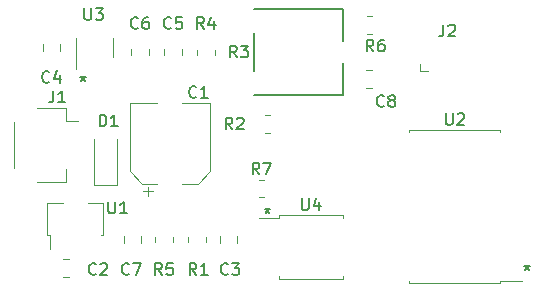
<source format=gto>
G04 #@! TF.GenerationSoftware,KiCad,Pcbnew,6.0.2+dfsg-1*
G04 #@! TF.CreationDate,2023-09-18T08:20:45-06:00*
G04 #@! TF.ProjectId,ckt-dingdong-flash,636b742d-6469-46e6-9764-6f6e672d666c,rev?*
G04 #@! TF.SameCoordinates,Original*
G04 #@! TF.FileFunction,Legend,Top*
G04 #@! TF.FilePolarity,Positive*
%FSLAX46Y46*%
G04 Gerber Fmt 4.6, Leading zero omitted, Abs format (unit mm)*
G04 Created by KiCad (PCBNEW 6.0.2+dfsg-1) date 2023-09-18 08:20:45*
%MOMM*%
%LPD*%
G01*
G04 APERTURE LIST*
%ADD10C,0.150000*%
%ADD11C,0.120000*%
%ADD12C,0.152400*%
G04 APERTURE END LIST*
D10*
X81788000Y-175220380D02*
X81788000Y-175458476D01*
X81549904Y-175363238D02*
X81788000Y-175458476D01*
X82026095Y-175363238D01*
X81645142Y-175648952D02*
X81788000Y-175458476D01*
X81930857Y-175648952D01*
X44196000Y-159218380D02*
X44196000Y-159456476D01*
X43957904Y-159361238D02*
X44196000Y-159456476D01*
X44434095Y-159361238D01*
X44053142Y-159646952D02*
X44196000Y-159456476D01*
X44338857Y-159646952D01*
X59817000Y-170394380D02*
X59817000Y-170632476D01*
X59578904Y-170537238D02*
X59817000Y-170632476D01*
X60055095Y-170537238D01*
X59674142Y-170822952D02*
X59817000Y-170632476D01*
X59959857Y-170822952D01*
X41362333Y-159742142D02*
X41314714Y-159789761D01*
X41171857Y-159837380D01*
X41076619Y-159837380D01*
X40933761Y-159789761D01*
X40838523Y-159694523D01*
X40790904Y-159599285D01*
X40743285Y-159408809D01*
X40743285Y-159265952D01*
X40790904Y-159075476D01*
X40838523Y-158980238D01*
X40933761Y-158885000D01*
X41076619Y-158837380D01*
X41171857Y-158837380D01*
X41314714Y-158885000D01*
X41362333Y-158932619D01*
X42219476Y-159170714D02*
X42219476Y-159837380D01*
X41981380Y-158789761D02*
X41743285Y-159504047D01*
X42362333Y-159504047D01*
X45299333Y-175998142D02*
X45251714Y-176045761D01*
X45108857Y-176093380D01*
X45013619Y-176093380D01*
X44870761Y-176045761D01*
X44775523Y-175950523D01*
X44727904Y-175855285D01*
X44680285Y-175664809D01*
X44680285Y-175521952D01*
X44727904Y-175331476D01*
X44775523Y-175236238D01*
X44870761Y-175141000D01*
X45013619Y-175093380D01*
X45108857Y-175093380D01*
X45251714Y-175141000D01*
X45299333Y-175188619D01*
X45680285Y-175188619D02*
X45727904Y-175141000D01*
X45823142Y-175093380D01*
X46061238Y-175093380D01*
X46156476Y-175141000D01*
X46204095Y-175188619D01*
X46251714Y-175283857D01*
X46251714Y-175379095D01*
X46204095Y-175521952D01*
X45632666Y-176093380D01*
X46251714Y-176093380D01*
X48093333Y-175998142D02*
X48045714Y-176045761D01*
X47902857Y-176093380D01*
X47807619Y-176093380D01*
X47664761Y-176045761D01*
X47569523Y-175950523D01*
X47521904Y-175855285D01*
X47474285Y-175664809D01*
X47474285Y-175521952D01*
X47521904Y-175331476D01*
X47569523Y-175236238D01*
X47664761Y-175141000D01*
X47807619Y-175093380D01*
X47902857Y-175093380D01*
X48045714Y-175141000D01*
X48093333Y-175188619D01*
X48426666Y-175093380D02*
X49093333Y-175093380D01*
X48664761Y-176093380D01*
X74930095Y-162393380D02*
X74930095Y-163202904D01*
X74977714Y-163298142D01*
X75025333Y-163345761D01*
X75120571Y-163393380D01*
X75311047Y-163393380D01*
X75406285Y-163345761D01*
X75453904Y-163298142D01*
X75501523Y-163202904D01*
X75501523Y-162393380D01*
X75930095Y-162488619D02*
X75977714Y-162441000D01*
X76072952Y-162393380D01*
X76311047Y-162393380D01*
X76406285Y-162441000D01*
X76453904Y-162488619D01*
X76501523Y-162583857D01*
X76501523Y-162679095D01*
X76453904Y-162821952D01*
X75882476Y-163393380D01*
X76501523Y-163393380D01*
X56475333Y-175998142D02*
X56427714Y-176045761D01*
X56284857Y-176093380D01*
X56189619Y-176093380D01*
X56046761Y-176045761D01*
X55951523Y-175950523D01*
X55903904Y-175855285D01*
X55856285Y-175664809D01*
X55856285Y-175521952D01*
X55903904Y-175331476D01*
X55951523Y-175236238D01*
X56046761Y-175141000D01*
X56189619Y-175093380D01*
X56284857Y-175093380D01*
X56427714Y-175141000D01*
X56475333Y-175188619D01*
X56808666Y-175093380D02*
X57427714Y-175093380D01*
X57094380Y-175474333D01*
X57237238Y-175474333D01*
X57332476Y-175521952D01*
X57380095Y-175569571D01*
X57427714Y-175664809D01*
X57427714Y-175902904D01*
X57380095Y-175998142D01*
X57332476Y-176045761D01*
X57237238Y-176093380D01*
X56951523Y-176093380D01*
X56856285Y-176045761D01*
X56808666Y-175998142D01*
X51678333Y-155190142D02*
X51630714Y-155237761D01*
X51487857Y-155285380D01*
X51392619Y-155285380D01*
X51249761Y-155237761D01*
X51154523Y-155142523D01*
X51106904Y-155047285D01*
X51059285Y-154856809D01*
X51059285Y-154713952D01*
X51106904Y-154523476D01*
X51154523Y-154428238D01*
X51249761Y-154333000D01*
X51392619Y-154285380D01*
X51487857Y-154285380D01*
X51630714Y-154333000D01*
X51678333Y-154380619D01*
X52583095Y-154285380D02*
X52106904Y-154285380D01*
X52059285Y-154761571D01*
X52106904Y-154713952D01*
X52202142Y-154666333D01*
X52440238Y-154666333D01*
X52535476Y-154713952D01*
X52583095Y-154761571D01*
X52630714Y-154856809D01*
X52630714Y-155094904D01*
X52583095Y-155190142D01*
X52535476Y-155237761D01*
X52440238Y-155285380D01*
X52202142Y-155285380D01*
X52106904Y-155237761D01*
X52059285Y-155190142D01*
X46355095Y-169886380D02*
X46355095Y-170695904D01*
X46402714Y-170791142D01*
X46450333Y-170838761D01*
X46545571Y-170886380D01*
X46736047Y-170886380D01*
X46831285Y-170838761D01*
X46878904Y-170791142D01*
X46926523Y-170695904D01*
X46926523Y-169886380D01*
X47926523Y-170886380D02*
X47355095Y-170886380D01*
X47640809Y-170886380D02*
X47640809Y-169886380D01*
X47545571Y-170029238D01*
X47450333Y-170124476D01*
X47355095Y-170172095D01*
X59142333Y-167584380D02*
X58809000Y-167108190D01*
X58570904Y-167584380D02*
X58570904Y-166584380D01*
X58951857Y-166584380D01*
X59047095Y-166632000D01*
X59094714Y-166679619D01*
X59142333Y-166774857D01*
X59142333Y-166917714D01*
X59094714Y-167012952D01*
X59047095Y-167060571D01*
X58951857Y-167108190D01*
X58570904Y-167108190D01*
X59475666Y-166584380D02*
X60142333Y-166584380D01*
X59713761Y-167584380D01*
X48855333Y-155190142D02*
X48807714Y-155237761D01*
X48664857Y-155285380D01*
X48569619Y-155285380D01*
X48426761Y-155237761D01*
X48331523Y-155142523D01*
X48283904Y-155047285D01*
X48236285Y-154856809D01*
X48236285Y-154713952D01*
X48283904Y-154523476D01*
X48331523Y-154428238D01*
X48426761Y-154333000D01*
X48569619Y-154285380D01*
X48664857Y-154285380D01*
X48807714Y-154333000D01*
X48855333Y-154380619D01*
X49712476Y-154285380D02*
X49522000Y-154285380D01*
X49426761Y-154333000D01*
X49379142Y-154380619D01*
X49283904Y-154523476D01*
X49236285Y-154713952D01*
X49236285Y-155094904D01*
X49283904Y-155190142D01*
X49331523Y-155237761D01*
X49426761Y-155285380D01*
X49617238Y-155285380D01*
X49712476Y-155237761D01*
X49760095Y-155190142D01*
X49807714Y-155094904D01*
X49807714Y-154856809D01*
X49760095Y-154761571D01*
X49712476Y-154713952D01*
X49617238Y-154666333D01*
X49426761Y-154666333D01*
X49331523Y-154713952D01*
X49283904Y-154761571D01*
X49236285Y-154856809D01*
X57237333Y-157678380D02*
X56904000Y-157202190D01*
X56665904Y-157678380D02*
X56665904Y-156678380D01*
X57046857Y-156678380D01*
X57142095Y-156726000D01*
X57189714Y-156773619D01*
X57237333Y-156868857D01*
X57237333Y-157011714D01*
X57189714Y-157106952D01*
X57142095Y-157154571D01*
X57046857Y-157202190D01*
X56665904Y-157202190D01*
X57570666Y-156678380D02*
X58189714Y-156678380D01*
X57856380Y-157059333D01*
X57999238Y-157059333D01*
X58094476Y-157106952D01*
X58142095Y-157154571D01*
X58189714Y-157249809D01*
X58189714Y-157487904D01*
X58142095Y-157583142D01*
X58094476Y-157630761D01*
X57999238Y-157678380D01*
X57713523Y-157678380D01*
X57618285Y-157630761D01*
X57570666Y-157583142D01*
X53808333Y-161012142D02*
X53760714Y-161059761D01*
X53617857Y-161107380D01*
X53522619Y-161107380D01*
X53379761Y-161059761D01*
X53284523Y-160964523D01*
X53236904Y-160869285D01*
X53189285Y-160678809D01*
X53189285Y-160535952D01*
X53236904Y-160345476D01*
X53284523Y-160250238D01*
X53379761Y-160155000D01*
X53522619Y-160107380D01*
X53617857Y-160107380D01*
X53760714Y-160155000D01*
X53808333Y-160202619D01*
X54760714Y-161107380D02*
X54189285Y-161107380D01*
X54475000Y-161107380D02*
X54475000Y-160107380D01*
X54379761Y-160250238D01*
X54284523Y-160345476D01*
X54189285Y-160393095D01*
X74723666Y-154900380D02*
X74723666Y-155614666D01*
X74676047Y-155757523D01*
X74580809Y-155852761D01*
X74437952Y-155900380D01*
X74342714Y-155900380D01*
X75152238Y-154995619D02*
X75199857Y-154948000D01*
X75295095Y-154900380D01*
X75533190Y-154900380D01*
X75628428Y-154948000D01*
X75676047Y-154995619D01*
X75723666Y-155090857D01*
X75723666Y-155186095D01*
X75676047Y-155328952D01*
X75104619Y-155900380D01*
X75723666Y-155900380D01*
X41703666Y-160488380D02*
X41703666Y-161202666D01*
X41656047Y-161345523D01*
X41560809Y-161440761D01*
X41417952Y-161488380D01*
X41322714Y-161488380D01*
X42703666Y-161488380D02*
X42132238Y-161488380D01*
X42417952Y-161488380D02*
X42417952Y-160488380D01*
X42322714Y-160631238D01*
X42227476Y-160726476D01*
X42132238Y-160774095D01*
X44323095Y-153503380D02*
X44323095Y-154312904D01*
X44370714Y-154408142D01*
X44418333Y-154455761D01*
X44513571Y-154503380D01*
X44704047Y-154503380D01*
X44799285Y-154455761D01*
X44846904Y-154408142D01*
X44894523Y-154312904D01*
X44894523Y-153503380D01*
X45275476Y-153503380D02*
X45894523Y-153503380D01*
X45561190Y-153884333D01*
X45704047Y-153884333D01*
X45799285Y-153931952D01*
X45846904Y-153979571D01*
X45894523Y-154074809D01*
X45894523Y-154312904D01*
X45846904Y-154408142D01*
X45799285Y-154455761D01*
X45704047Y-154503380D01*
X45418333Y-154503380D01*
X45323095Y-154455761D01*
X45275476Y-154408142D01*
X45616904Y-163520380D02*
X45616904Y-162520380D01*
X45855000Y-162520380D01*
X45997857Y-162568000D01*
X46093095Y-162663238D01*
X46140714Y-162758476D01*
X46188333Y-162948952D01*
X46188333Y-163091809D01*
X46140714Y-163282285D01*
X46093095Y-163377523D01*
X45997857Y-163472761D01*
X45855000Y-163520380D01*
X45616904Y-163520380D01*
X47140714Y-163520380D02*
X46569285Y-163520380D01*
X46855000Y-163520380D02*
X46855000Y-162520380D01*
X46759761Y-162663238D01*
X46664523Y-162758476D01*
X46569285Y-162806095D01*
X53808333Y-176093380D02*
X53475000Y-175617190D01*
X53236904Y-176093380D02*
X53236904Y-175093380D01*
X53617857Y-175093380D01*
X53713095Y-175141000D01*
X53760714Y-175188619D01*
X53808333Y-175283857D01*
X53808333Y-175426714D01*
X53760714Y-175521952D01*
X53713095Y-175569571D01*
X53617857Y-175617190D01*
X53236904Y-175617190D01*
X54760714Y-176093380D02*
X54189285Y-176093380D01*
X54475000Y-176093380D02*
X54475000Y-175093380D01*
X54379761Y-175236238D01*
X54284523Y-175331476D01*
X54189285Y-175379095D01*
X50887333Y-176093380D02*
X50554000Y-175617190D01*
X50315904Y-176093380D02*
X50315904Y-175093380D01*
X50696857Y-175093380D01*
X50792095Y-175141000D01*
X50839714Y-175188619D01*
X50887333Y-175283857D01*
X50887333Y-175426714D01*
X50839714Y-175521952D01*
X50792095Y-175569571D01*
X50696857Y-175617190D01*
X50315904Y-175617190D01*
X51792095Y-175093380D02*
X51315904Y-175093380D01*
X51268285Y-175569571D01*
X51315904Y-175521952D01*
X51411142Y-175474333D01*
X51649238Y-175474333D01*
X51744476Y-175521952D01*
X51792095Y-175569571D01*
X51839714Y-175664809D01*
X51839714Y-175902904D01*
X51792095Y-175998142D01*
X51744476Y-176045761D01*
X51649238Y-176093380D01*
X51411142Y-176093380D01*
X51315904Y-176045761D01*
X51268285Y-175998142D01*
X62738095Y-169628380D02*
X62738095Y-170437904D01*
X62785714Y-170533142D01*
X62833333Y-170580761D01*
X62928571Y-170628380D01*
X63119047Y-170628380D01*
X63214285Y-170580761D01*
X63261904Y-170533142D01*
X63309523Y-170437904D01*
X63309523Y-169628380D01*
X64214285Y-169961714D02*
X64214285Y-170628380D01*
X63976190Y-169580761D02*
X63738095Y-170295047D01*
X64357142Y-170295047D01*
X68794333Y-157170380D02*
X68461000Y-156694190D01*
X68222904Y-157170380D02*
X68222904Y-156170380D01*
X68603857Y-156170380D01*
X68699095Y-156218000D01*
X68746714Y-156265619D01*
X68794333Y-156360857D01*
X68794333Y-156503714D01*
X68746714Y-156598952D01*
X68699095Y-156646571D01*
X68603857Y-156694190D01*
X68222904Y-156694190D01*
X69651476Y-156170380D02*
X69461000Y-156170380D01*
X69365761Y-156218000D01*
X69318142Y-156265619D01*
X69222904Y-156408476D01*
X69175285Y-156598952D01*
X69175285Y-156979904D01*
X69222904Y-157075142D01*
X69270523Y-157122761D01*
X69365761Y-157170380D01*
X69556238Y-157170380D01*
X69651476Y-157122761D01*
X69699095Y-157075142D01*
X69746714Y-156979904D01*
X69746714Y-156741809D01*
X69699095Y-156646571D01*
X69651476Y-156598952D01*
X69556238Y-156551333D01*
X69365761Y-156551333D01*
X69270523Y-156598952D01*
X69222904Y-156646571D01*
X69175285Y-156741809D01*
X54443333Y-155285380D02*
X54110000Y-154809190D01*
X53871904Y-155285380D02*
X53871904Y-154285380D01*
X54252857Y-154285380D01*
X54348095Y-154333000D01*
X54395714Y-154380619D01*
X54443333Y-154475857D01*
X54443333Y-154618714D01*
X54395714Y-154713952D01*
X54348095Y-154761571D01*
X54252857Y-154809190D01*
X53871904Y-154809190D01*
X55300476Y-154618714D02*
X55300476Y-155285380D01*
X55062380Y-154237761D02*
X54824285Y-154952047D01*
X55443333Y-154952047D01*
X69683333Y-161774142D02*
X69635714Y-161821761D01*
X69492857Y-161869380D01*
X69397619Y-161869380D01*
X69254761Y-161821761D01*
X69159523Y-161726523D01*
X69111904Y-161631285D01*
X69064285Y-161440809D01*
X69064285Y-161297952D01*
X69111904Y-161107476D01*
X69159523Y-161012238D01*
X69254761Y-160917000D01*
X69397619Y-160869380D01*
X69492857Y-160869380D01*
X69635714Y-160917000D01*
X69683333Y-160964619D01*
X70254761Y-161297952D02*
X70159523Y-161250333D01*
X70111904Y-161202714D01*
X70064285Y-161107476D01*
X70064285Y-161059857D01*
X70111904Y-160964619D01*
X70159523Y-160917000D01*
X70254761Y-160869380D01*
X70445238Y-160869380D01*
X70540476Y-160917000D01*
X70588095Y-160964619D01*
X70635714Y-161059857D01*
X70635714Y-161107476D01*
X70588095Y-161202714D01*
X70540476Y-161250333D01*
X70445238Y-161297952D01*
X70254761Y-161297952D01*
X70159523Y-161345571D01*
X70111904Y-161393190D01*
X70064285Y-161488428D01*
X70064285Y-161678904D01*
X70111904Y-161774142D01*
X70159523Y-161821761D01*
X70254761Y-161869380D01*
X70445238Y-161869380D01*
X70540476Y-161821761D01*
X70588095Y-161774142D01*
X70635714Y-161678904D01*
X70635714Y-161488428D01*
X70588095Y-161393190D01*
X70540476Y-161345571D01*
X70445238Y-161297952D01*
X56856333Y-163774380D02*
X56523000Y-163298190D01*
X56284904Y-163774380D02*
X56284904Y-162774380D01*
X56665857Y-162774380D01*
X56761095Y-162822000D01*
X56808714Y-162869619D01*
X56856333Y-162964857D01*
X56856333Y-163107714D01*
X56808714Y-163202952D01*
X56761095Y-163250571D01*
X56665857Y-163298190D01*
X56284904Y-163298190D01*
X57237285Y-162869619D02*
X57284904Y-162822000D01*
X57380142Y-162774380D01*
X57618238Y-162774380D01*
X57713476Y-162822000D01*
X57761095Y-162869619D01*
X57808714Y-162964857D01*
X57808714Y-163060095D01*
X57761095Y-163202952D01*
X57189666Y-163774380D01*
X57808714Y-163774380D01*
D11*
X40794000Y-156583748D02*
X40794000Y-157106252D01*
X42264000Y-156583748D02*
X42264000Y-157106252D01*
X42537748Y-176249000D02*
X43060252Y-176249000D01*
X42537748Y-174779000D02*
X43060252Y-174779000D01*
X49122000Y-173362252D02*
X49122000Y-172839748D01*
X47652000Y-173362252D02*
X47652000Y-172839748D01*
X75692000Y-163797000D02*
X71832000Y-163797000D01*
X75692000Y-176817000D02*
X79552000Y-176817000D01*
X75692000Y-176817000D02*
X71832000Y-176817000D01*
X71832000Y-163797000D02*
X71832000Y-164032000D01*
X79552000Y-163797000D02*
X79552000Y-164032000D01*
X79552000Y-176582000D02*
X81367000Y-176582000D01*
X79552000Y-176817000D02*
X79552000Y-176582000D01*
X71832000Y-176817000D02*
X71832000Y-176582000D01*
X75692000Y-163797000D02*
X79552000Y-163797000D01*
X57250000Y-173362252D02*
X57250000Y-172839748D01*
X55780000Y-173362252D02*
X55780000Y-172839748D01*
X51081000Y-156964748D02*
X51081000Y-157487252D01*
X52551000Y-156964748D02*
X52551000Y-157487252D01*
X41201000Y-172764000D02*
X41431000Y-172764000D01*
X41431000Y-173904000D02*
X41431000Y-172764000D01*
X44611000Y-170044000D02*
X45921000Y-170044000D01*
X41201000Y-172764000D02*
X41201000Y-170044000D01*
X45921000Y-172764000D02*
X45691000Y-172764000D01*
X45921000Y-170044000D02*
X45921000Y-172764000D01*
X41201000Y-170044000D02*
X42511000Y-170044000D01*
X59536064Y-168048000D02*
X59081936Y-168048000D01*
X59536064Y-169518000D02*
X59081936Y-169518000D01*
X49757000Y-157507252D02*
X49757000Y-156984748D01*
X48287000Y-157507252D02*
X48287000Y-156984748D01*
D12*
X66255900Y-160832800D02*
X58712100Y-160832800D01*
X66255900Y-156296360D02*
X66255900Y-153619200D01*
X66255900Y-160832800D02*
X66255900Y-158155640D01*
X58712100Y-155615640D02*
X58712100Y-158836360D01*
X66255900Y-153619200D02*
X58712100Y-153619200D01*
D11*
X53907563Y-168383000D02*
X54972000Y-167318563D01*
X54972000Y-167318563D02*
X54972000Y-161563000D01*
X49320750Y-169016750D02*
X50108250Y-169016750D01*
X48152000Y-161563000D02*
X50502000Y-161563000D01*
X53907563Y-168383000D02*
X52622000Y-168383000D01*
X49216437Y-168383000D02*
X50502000Y-168383000D01*
X49714500Y-169410500D02*
X49714500Y-168623000D01*
X48152000Y-167318563D02*
X48152000Y-161563000D01*
X54972000Y-161563000D02*
X52622000Y-161563000D01*
X49216437Y-168383000D02*
X48152000Y-167318563D01*
X72771000Y-158877000D02*
X72771000Y-158242000D01*
X73406000Y-158877000D02*
X72771000Y-158877000D01*
X42806000Y-161990000D02*
X42806000Y-163040000D01*
X40306000Y-168210000D02*
X42806000Y-168210000D01*
X40306000Y-161990000D02*
X42806000Y-161990000D01*
X38336000Y-163160000D02*
X38336000Y-167040000D01*
X42806000Y-168210000D02*
X42806000Y-167160000D01*
X42806000Y-163040000D02*
X43796000Y-163040000D01*
X43652000Y-156845000D02*
X43652000Y-156045000D01*
X46772000Y-156845000D02*
X46772000Y-156045000D01*
X43652000Y-156845000D02*
X43652000Y-158645000D01*
X46772000Y-156845000D02*
X46772000Y-157645000D01*
X47101000Y-168493000D02*
X47101000Y-164593000D01*
X45101000Y-168493000D02*
X45101000Y-164593000D01*
X45101000Y-168493000D02*
X47101000Y-168493000D01*
X53113000Y-172873936D02*
X53113000Y-173328064D01*
X54583000Y-172873936D02*
X54583000Y-173328064D01*
X51789000Y-172873936D02*
X51789000Y-173328064D01*
X50319000Y-172873936D02*
X50319000Y-173328064D01*
X60775000Y-176461000D02*
X60775000Y-176201000D01*
X66225000Y-171011000D02*
X66225000Y-171271000D01*
X60775000Y-171011000D02*
X60775000Y-171271000D01*
X63500000Y-171011000D02*
X60775000Y-171011000D01*
X66225000Y-176461000D02*
X66225000Y-176201000D01*
X60775000Y-171271000D02*
X59100000Y-171271000D01*
X63500000Y-176461000D02*
X60775000Y-176461000D01*
X63500000Y-171011000D02*
X66225000Y-171011000D01*
X63500000Y-176461000D02*
X66225000Y-176461000D01*
X68225936Y-155675000D02*
X68680064Y-155675000D01*
X68225936Y-154205000D02*
X68680064Y-154205000D01*
X53875000Y-157018936D02*
X53875000Y-157473064D01*
X55345000Y-157018936D02*
X55345000Y-157473064D01*
X68714252Y-160247000D02*
X68191748Y-160247000D01*
X68714252Y-158777000D02*
X68191748Y-158777000D01*
X59589936Y-162587000D02*
X60044064Y-162587000D01*
X59589936Y-164057000D02*
X60044064Y-164057000D01*
M02*

</source>
